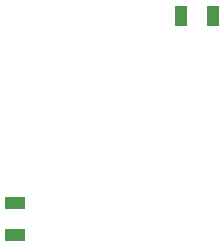
<source format=gbp>
G04*
G04 #@! TF.GenerationSoftware,Altium Limited,Altium Designer,18.1.9 (240)*
G04*
G04 Layer_Color=128*
%FSLAX25Y25*%
%MOIN*%
G70*
G01*
G75*
%ADD13R,0.06693X0.04331*%
%ADD37R,0.04331X0.06693*%
D13*
X141500Y113185D02*
D03*
Y123815D02*
D03*
D37*
X196685Y186000D02*
D03*
X207315D02*
D03*
M02*

</source>
